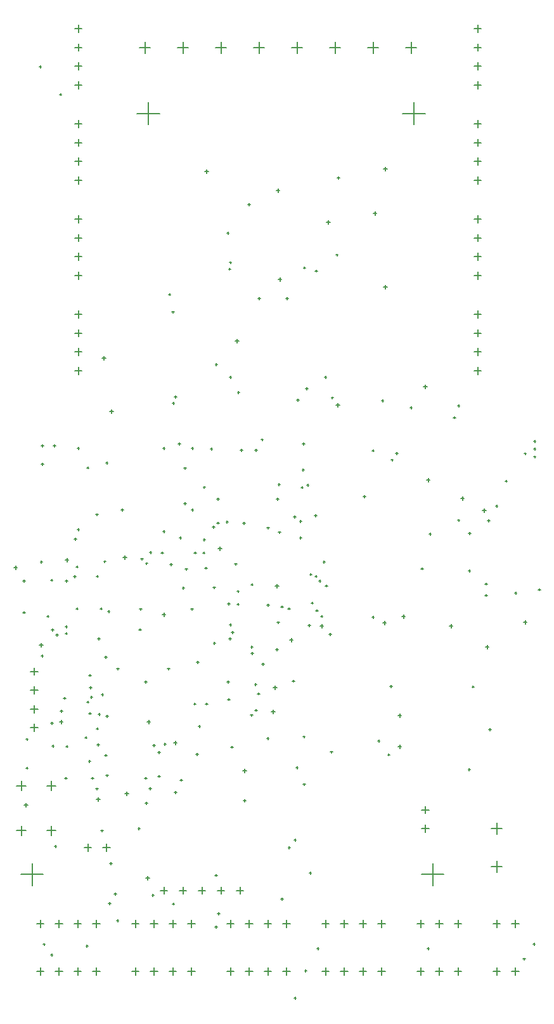
<source format=gbr>
%TF.GenerationSoftware,Altium Limited,Altium Designer,21.0.4 (50)*%
G04 Layer_Color=128*
%FSLAX25Y25*%
%MOIN*%
%TF.SameCoordinates,7C4F9ACF-F1D8-4562-922E-26F05696B097*%
%TF.FilePolarity,Positive*%
%TF.FileFunction,Drillmap*%
%TF.Part,Single*%
G01*
G75*
%TA.AperFunction,NonConductor*%
%ADD107C,0.00500*%
D107*
X220532Y104843D02*
X224468D01*
X222500Y102874D02*
Y106811D01*
X220532Y95000D02*
X224468D01*
X222500Y93032D02*
Y96969D01*
X212047Y505000D02*
X217953D01*
X215000Y502047D02*
Y507953D01*
X192047Y505000D02*
X197953D01*
X195000Y502047D02*
Y507953D01*
X112047Y505000D02*
X117953D01*
X115000Y502047D02*
Y507953D01*
X132047Y505000D02*
X137953D01*
X135000Y502047D02*
Y507953D01*
X72047Y505000D02*
X77953D01*
X75000Y502047D02*
Y507953D01*
X92047Y505000D02*
X97953D01*
X95000Y502047D02*
Y507953D01*
X152047Y505000D02*
X157953D01*
X155000Y502047D02*
Y507953D01*
X172047Y505000D02*
X177953D01*
X175000Y502047D02*
Y507953D01*
X220472Y70866D02*
X232283D01*
X226378Y64961D02*
Y76772D01*
X43032Y85000D02*
X46969D01*
X45000Y83032D02*
Y86969D01*
X52874Y85000D02*
X56811D01*
X54843Y83032D02*
Y86969D01*
X123031Y62500D02*
X126969D01*
X125000Y60532D02*
Y64468D01*
X103032Y62500D02*
X106968D01*
X105000Y60532D02*
Y64468D01*
X113031Y62500D02*
X116969D01*
X115000Y60532D02*
Y64468D01*
X93032Y62500D02*
X96969D01*
X95000Y60532D02*
Y64468D01*
X83031Y62500D02*
X86968D01*
X85000Y60532D02*
Y64468D01*
X14763Y147973D02*
X18700D01*
X16732Y146004D02*
Y149941D01*
X14764Y157815D02*
X18701D01*
X16732Y155847D02*
Y159783D01*
X218032Y20000D02*
X221969D01*
X220000Y18032D02*
Y21969D01*
X118032Y45000D02*
X121968D01*
X120000Y43031D02*
Y46968D01*
X118032Y20000D02*
X121968D01*
X120000Y18032D02*
Y21969D01*
X168032Y20000D02*
X171968D01*
X170000Y18032D02*
Y21969D01*
X97559Y45000D02*
X101496D01*
X99527Y43031D02*
Y46968D01*
X68032Y20000D02*
X71969D01*
X70000Y18032D02*
Y21969D01*
X7638Y93878D02*
X12362D01*
X10000Y91516D02*
Y96240D01*
X257047Y95000D02*
X262953D01*
X260000Y92047D02*
Y97953D01*
X14764Y177500D02*
X18701D01*
X16732Y175531D02*
Y179469D01*
X14764Y167657D02*
X18701D01*
X16732Y165689D02*
Y169626D01*
X9843Y70866D02*
X21654D01*
X15748Y64961D02*
Y76772D01*
X257047Y75000D02*
X262953D01*
X260000Y72047D02*
Y77953D01*
X210630Y470472D02*
X222441D01*
X216535Y464567D02*
Y476378D01*
X27874Y20000D02*
X31811D01*
X29842Y18031D02*
Y21968D01*
X37716Y20000D02*
X41653D01*
X39685Y18031D02*
Y21968D01*
X47559Y20000D02*
X51496D01*
X49527Y18031D02*
Y21968D01*
X18032Y20000D02*
X21969D01*
X20000Y18032D02*
Y21969D01*
X77874Y45000D02*
X81811D01*
X79842Y43031D02*
Y46968D01*
X87717Y45000D02*
X91654D01*
X89685Y43031D02*
Y46968D01*
X68032Y45000D02*
X71969D01*
X70000Y43031D02*
Y46968D01*
X227874Y20000D02*
X231811D01*
X229843Y18032D02*
Y21969D01*
X237717Y20000D02*
X241653D01*
X239685Y18032D02*
Y21969D01*
X218032Y45000D02*
X221969D01*
X220000Y43031D02*
Y46968D01*
X227874Y45000D02*
X231811D01*
X229843Y43031D02*
Y46968D01*
X237717Y45000D02*
X241653D01*
X239685Y43031D02*
Y46968D01*
X267874Y45000D02*
X271811D01*
X269843Y43031D02*
Y46968D01*
X258032Y45000D02*
X261968D01*
X260000Y43031D02*
Y46968D01*
X267874Y20000D02*
X271811D01*
X269843Y18032D02*
Y21969D01*
X258032Y20000D02*
X261968D01*
X260000Y18032D02*
Y21969D01*
X147559Y45000D02*
X151496D01*
X149527Y43031D02*
Y46968D01*
X137716Y45000D02*
X141654D01*
X139685Y43031D02*
Y46968D01*
X127874Y45000D02*
X131811D01*
X129842Y43031D02*
Y46968D01*
X147559Y20000D02*
X151496D01*
X149527Y18031D02*
Y21968D01*
X137716Y20000D02*
X141654D01*
X139685Y18031D02*
Y21968D01*
X127874Y20000D02*
X131811D01*
X129842Y18031D02*
Y21968D01*
X197559Y20000D02*
X201496D01*
X199527Y18031D02*
Y21968D01*
X187716Y20000D02*
X191654D01*
X189685Y18031D02*
Y21968D01*
X177874Y20000D02*
X181811D01*
X179842Y18031D02*
Y21968D01*
X18032Y45000D02*
X21969D01*
X20000Y43031D02*
Y46968D01*
X47559Y45000D02*
X51496D01*
X49527Y43031D02*
Y46968D01*
X37716Y45000D02*
X41653D01*
X39685Y43031D02*
Y46968D01*
X27874Y45000D02*
X31811D01*
X29842Y43031D02*
Y46968D01*
X168032Y45000D02*
X171968D01*
X170000Y43031D02*
Y46968D01*
X197559Y45000D02*
X201496D01*
X199527Y43031D02*
Y46968D01*
X187716Y45000D02*
X191654D01*
X189685Y43031D02*
Y46968D01*
X177874Y45000D02*
X181811D01*
X179842Y43031D02*
Y46968D01*
X97559Y20000D02*
X101496D01*
X99527Y18031D02*
Y21968D01*
X87717Y20000D02*
X91654D01*
X89685Y18031D02*
Y21968D01*
X77874Y20000D02*
X81811D01*
X79842Y18031D02*
Y21968D01*
X7638Y117500D02*
X12362D01*
X10000Y115138D02*
Y119862D01*
X23386Y117500D02*
X28110D01*
X25748Y115138D02*
Y119862D01*
X23386Y93878D02*
X28110D01*
X25748Y91516D02*
Y96240D01*
X70866Y470472D02*
X82677D01*
X76772Y464567D02*
Y476378D01*
X248031Y355157D02*
X251969D01*
X250000Y353189D02*
Y357126D01*
X248031Y365000D02*
X251969D01*
X250000Y363032D02*
Y366968D01*
X248031Y345315D02*
X251969D01*
X250000Y343347D02*
Y347284D01*
X248031Y335472D02*
X251969D01*
X250000Y333504D02*
Y337441D01*
X248031Y405157D02*
X251969D01*
X250000Y403189D02*
Y407126D01*
X248031Y415000D02*
X251969D01*
X250000Y413031D02*
Y416968D01*
X248031Y395315D02*
X251969D01*
X250000Y393347D02*
Y397284D01*
X248031Y385472D02*
X251969D01*
X250000Y383504D02*
Y387441D01*
X38032Y365000D02*
X41969D01*
X40000Y363032D02*
Y366968D01*
X38032Y355157D02*
X41969D01*
X40000Y353189D02*
Y357126D01*
X38032Y335472D02*
X41969D01*
X40000Y333504D02*
Y337441D01*
X38032Y345315D02*
X41969D01*
X40000Y343346D02*
Y347283D01*
X38032Y415000D02*
X41969D01*
X40000Y413031D02*
Y416968D01*
X38032Y405157D02*
X41969D01*
X40000Y403189D02*
Y407126D01*
X38032Y385472D02*
X41969D01*
X40000Y383504D02*
Y387441D01*
X38032Y395315D02*
X41969D01*
X40000Y393346D02*
Y397283D01*
X38032Y515000D02*
X41969D01*
X40000Y513031D02*
Y516968D01*
X38032Y505157D02*
X41969D01*
X40000Y503189D02*
Y507126D01*
X38032Y485472D02*
X41969D01*
X40000Y483504D02*
Y487441D01*
X38032Y495315D02*
X41969D01*
X40000Y493346D02*
Y497283D01*
X38032Y465000D02*
X41969D01*
X40000Y463031D02*
Y466968D01*
X38032Y455157D02*
X41969D01*
X40000Y453189D02*
Y457126D01*
X38032Y435472D02*
X41969D01*
X40000Y433504D02*
Y437441D01*
X38032Y445315D02*
X41969D01*
X40000Y443346D02*
Y447283D01*
X248031Y455157D02*
X251969D01*
X250000Y453189D02*
Y457126D01*
X248031Y465000D02*
X251969D01*
X250000Y463031D02*
Y466968D01*
X248031Y445315D02*
X251969D01*
X250000Y443347D02*
Y447284D01*
X248031Y435472D02*
X251969D01*
X250000Y433504D02*
Y437441D01*
X248031Y505157D02*
X251969D01*
X250000Y503189D02*
Y507126D01*
X248031Y515000D02*
X251969D01*
X250000Y513031D02*
Y516968D01*
X248031Y495315D02*
X251969D01*
X250000Y493347D02*
Y497284D01*
X248031Y485472D02*
X251969D01*
X250000Y483504D02*
Y487441D01*
X106909Y160500D02*
X108091D01*
X107500Y159909D02*
Y161091D01*
X130609Y154592D02*
X131791D01*
X131200Y154002D02*
Y155183D01*
X132972Y157182D02*
X134153D01*
X133562Y156592D02*
Y157773D01*
X113209Y50300D02*
X114391D01*
X113800Y49709D02*
Y50891D01*
X75209Y108400D02*
X76390D01*
X75800Y107809D02*
Y108991D01*
X158109Y143200D02*
X159291D01*
X158700Y142609D02*
Y143791D01*
X55910Y55700D02*
X57091D01*
X56500Y55110D02*
Y56291D01*
X89410Y55500D02*
X90591D01*
X90000Y54909D02*
Y56090D01*
X21409Y34200D02*
X22591D01*
X22000Y33609D02*
Y34791D01*
X78710Y60000D02*
X79891D01*
X79300Y59409D02*
Y60590D01*
X58909Y60700D02*
X60091D01*
X59500Y60110D02*
Y61291D01*
X96310Y231200D02*
X97491D01*
X96900Y230609D02*
Y231790D01*
X273858Y26594D02*
X275039D01*
X274449Y26004D02*
Y27185D01*
X99209Y210200D02*
X100391D01*
X99800Y209610D02*
Y210790D01*
X245009Y126063D02*
X246191D01*
X245600Y125472D02*
Y126654D01*
X100709Y160500D02*
X101891D01*
X101300Y159909D02*
Y161091D01*
X94725Y221332D02*
X95906D01*
X95315Y220741D02*
Y221923D01*
X173009Y321200D02*
X174191D01*
X173600Y320609D02*
Y321791D01*
X60110Y46600D02*
X61291D01*
X60700Y46009D02*
Y47191D01*
X50172Y194762D02*
X51353D01*
X50762Y194172D02*
Y195353D01*
X71378Y95000D02*
X72559D01*
X71969Y94410D02*
Y95591D01*
X161409Y71600D02*
X162591D01*
X162000Y71009D02*
Y72190D01*
X159009Y20400D02*
X160191D01*
X159600Y19809D02*
Y20990D01*
X158209Y118200D02*
X159391D01*
X158800Y117609D02*
Y118791D01*
X202709Y133800D02*
X203891D01*
X203300Y133209D02*
Y134391D01*
X139094Y142300D02*
X140276D01*
X139685Y141709D02*
Y142891D01*
X172509Y135200D02*
X173691D01*
X173100Y134609D02*
Y135791D01*
X37809Y247000D02*
X38991D01*
X38400Y246410D02*
Y247590D01*
X145209Y250581D02*
X146391D01*
X145800Y249991D02*
Y251172D01*
X245210Y250000D02*
X246391D01*
X245800Y249410D02*
Y250590D01*
X119016Y388800D02*
X120197D01*
X119606Y388210D02*
Y389390D01*
X176209Y436700D02*
X177391D01*
X176800Y436109D02*
Y437290D01*
X60315Y178900D02*
X61496D01*
X60906Y178309D02*
Y179491D01*
X86910Y178900D02*
X88090D01*
X87500Y178309D02*
Y179491D01*
X117709Y256100D02*
X118891D01*
X118300Y255509D02*
Y256691D01*
X112909Y255500D02*
X114091D01*
X113500Y254909D02*
Y256090D01*
X112909Y268000D02*
X114091D01*
X113500Y267409D02*
Y268590D01*
X144209Y268000D02*
X145391D01*
X144800Y267409D02*
Y268590D01*
X145009Y275600D02*
X146191D01*
X145600Y275009D02*
Y276190D01*
X157709Y283300D02*
X158891D01*
X158300Y282710D02*
Y283891D01*
X154909Y320100D02*
X156091D01*
X155500Y319510D02*
Y320690D01*
X149209Y373400D02*
X150391D01*
X149800Y372810D02*
Y373991D01*
X134609Y373400D02*
X135791D01*
X135200Y372810D02*
Y373991D01*
X189909Y269300D02*
X191091D01*
X190500Y268709D02*
Y269890D01*
X164609Y387800D02*
X165791D01*
X165200Y387210D02*
Y388390D01*
X175409Y396200D02*
X176591D01*
X176000Y395609D02*
Y396791D01*
X105709Y246600D02*
X106891D01*
X106300Y246009D02*
Y247190D01*
X105709Y274250D02*
X106891D01*
X106300Y273660D02*
Y274841D01*
X157109Y274121D02*
X158291D01*
X157700Y273530D02*
Y274711D01*
X153209Y258662D02*
X154391D01*
X153800Y258072D02*
Y259253D01*
X160079Y275269D02*
X161260D01*
X160669Y274678D02*
Y275859D01*
X123709Y324100D02*
X124891D01*
X124300Y323510D02*
Y324691D01*
X20509Y286300D02*
X21690D01*
X21100Y285710D02*
Y286891D01*
X119409Y392200D02*
X120591D01*
X120000Y391610D02*
Y392791D01*
X129252Y422700D02*
X130433D01*
X129843Y422110D02*
Y423290D01*
X159567Y326000D02*
X160748D01*
X160157Y325410D02*
Y326590D01*
X259409Y264300D02*
X260591D01*
X260000Y263709D02*
Y264891D01*
X169409Y332000D02*
X170591D01*
X170000Y331410D02*
Y332591D01*
X28309Y196600D02*
X29491D01*
X28900Y196009D02*
Y197191D01*
X118109Y407700D02*
X119291D01*
X118700Y407109D02*
Y408290D01*
X132809Y293600D02*
X133991D01*
X133400Y293009D02*
Y294191D01*
X136137Y299200D02*
X137319D01*
X136728Y298609D02*
Y299791D01*
X119409Y332000D02*
X120591D01*
X120000Y331410D02*
Y332591D01*
X139209Y252900D02*
X140391D01*
X139800Y252309D02*
Y253490D01*
X168709Y235000D02*
X169891D01*
X169300Y234409D02*
Y235591D01*
X90610Y321700D02*
X91790D01*
X91200Y321110D02*
Y322290D01*
X89210Y366220D02*
X90390D01*
X89800Y365630D02*
Y366811D01*
X130709Y190394D02*
X131890D01*
X131299Y189803D02*
Y190984D01*
X93110Y247681D02*
X94291D01*
X93700Y247091D02*
Y248272D01*
X111010Y192333D02*
X112191D01*
X111601Y191743D02*
Y192924D01*
X84409Y251000D02*
X85590D01*
X85000Y250410D02*
Y251590D01*
X89410Y318400D02*
X90591D01*
X90000Y317810D02*
Y318990D01*
X204409Y288569D02*
X205591D01*
X205000Y287979D02*
Y289160D01*
X206809Y292100D02*
X207991D01*
X207400Y291510D02*
Y292690D01*
X150309Y210474D02*
X151491D01*
X150900Y209884D02*
Y211065D01*
X220210Y231500D02*
X221391D01*
X220800Y230909D02*
Y232090D01*
X224410Y249700D02*
X225590D01*
X225000Y249110D02*
Y250290D01*
X92610Y297100D02*
X93791D01*
X93200Y296510D02*
Y297691D01*
X110609Y253400D02*
X111791D01*
X111200Y252810D02*
Y253991D01*
X112009Y338600D02*
X113191D01*
X112600Y338010D02*
Y339191D01*
X274410Y291900D02*
X275590D01*
X275000Y291309D02*
Y292491D01*
X199409Y319700D02*
X200591D01*
X200000Y319110D02*
Y320290D01*
X279410Y290200D02*
X280591D01*
X280000Y289610D02*
Y290791D01*
X49209Y259900D02*
X50391D01*
X49800Y259310D02*
Y260490D01*
X30109Y480500D02*
X31291D01*
X30700Y479910D02*
Y481090D01*
X279410Y298300D02*
X280591D01*
X280000Y297709D02*
Y298890D01*
X279410Y294300D02*
X280591D01*
X280000Y293709D02*
Y294890D01*
X19410Y495000D02*
X20591D01*
X20000Y494410D02*
Y495590D01*
X87410Y375500D02*
X88591D01*
X88000Y374909D02*
Y376091D01*
X27409Y85680D02*
X28591D01*
X28000Y85090D02*
Y86271D01*
X33072Y197500D02*
X34253D01*
X33662Y196909D02*
Y198091D01*
X33072Y201000D02*
X34253D01*
X33662Y200409D02*
Y201591D01*
X72309Y210200D02*
X73491D01*
X72900Y209610D02*
Y210790D01*
X55409Y209000D02*
X56590D01*
X56000Y208410D02*
Y209591D01*
X72909Y236574D02*
X74090D01*
X73500Y235983D02*
Y237164D01*
X81910Y135000D02*
X83091D01*
X82500Y134409D02*
Y135591D01*
X101909Y133938D02*
X103091D01*
X102500Y133347D02*
Y134528D01*
X81910Y122500D02*
X83091D01*
X82500Y121909D02*
Y123091D01*
X119272Y194762D02*
X120453D01*
X119862Y194172D02*
Y195353D01*
X161709Y228500D02*
X162891D01*
X162300Y227909D02*
Y229090D01*
X245079Y230315D02*
X246260D01*
X245669Y229724D02*
Y230906D01*
X79309Y138706D02*
X80490D01*
X79900Y138116D02*
Y139297D01*
X77210Y116000D02*
X78391D01*
X77800Y115409D02*
Y116591D01*
X25809Y199400D02*
X26991D01*
X26400Y198809D02*
Y199991D01*
X20609Y296000D02*
X21790D01*
X21200Y295409D02*
Y296590D01*
X136609Y181300D02*
X137791D01*
X137200Y180709D02*
Y181891D01*
X53809Y185100D02*
X54991D01*
X54400Y184509D02*
Y185691D01*
X33209Y225000D02*
X34391D01*
X33800Y224410D02*
Y225590D01*
X39409Y252000D02*
X40591D01*
X40000Y251410D02*
Y252590D01*
X164309Y259300D02*
X165491D01*
X164900Y258710D02*
Y259891D01*
X110866Y221563D02*
X112047D01*
X111457Y220972D02*
Y222153D01*
X123409Y219594D02*
X124591D01*
X124000Y219003D02*
Y220184D01*
X130747Y223137D02*
X131928D01*
X131338Y222547D02*
Y223728D01*
X37547Y227301D02*
X38728D01*
X38138Y226710D02*
Y227892D01*
X90509Y114100D02*
X91690D01*
X91100Y113509D02*
Y114691D01*
X49909Y139000D02*
X51091D01*
X50500Y138409D02*
Y139591D01*
X33409Y138169D02*
X34591D01*
X34000Y137579D02*
Y138760D01*
X111909Y43362D02*
X113091D01*
X112500Y42772D02*
Y43953D01*
X165409Y32038D02*
X166591D01*
X166000Y31447D02*
Y32628D01*
X49409Y147500D02*
X50591D01*
X50000Y146909D02*
Y148091D01*
X46384Y163983D02*
X47565D01*
X46975Y163393D02*
Y164574D01*
X32218Y163460D02*
X33399D01*
X32809Y162869D02*
Y164050D01*
X25609Y150300D02*
X26791D01*
X26200Y149709D02*
Y150891D01*
X255909Y147000D02*
X257090D01*
X256500Y146409D02*
Y147591D01*
X93547Y120500D02*
X94728D01*
X94138Y119909D02*
Y121091D01*
X153409Y6000D02*
X154591D01*
X154000Y5409D02*
Y6591D01*
X158347Y389500D02*
X159528D01*
X158938Y388910D02*
Y390090D01*
X119409Y202000D02*
X120591D01*
X120000Y201409D02*
Y202591D01*
X71909Y199500D02*
X73090D01*
X72500Y198909D02*
Y200091D01*
X153409Y89000D02*
X154591D01*
X154000Y88410D02*
Y89591D01*
X150334Y85075D02*
X151515D01*
X150925Y84485D02*
Y85666D01*
X255310Y256645D02*
X256490D01*
X255900Y256054D02*
Y257235D01*
X26909Y296000D02*
X28091D01*
X27500Y295409D02*
Y296590D01*
X157985Y297075D02*
X159166D01*
X158575Y296485D02*
Y297666D01*
X237205Y310800D02*
X238386D01*
X237796Y310209D02*
Y311390D01*
X241016Y268500D02*
X242984D01*
X242000Y267516D02*
Y269484D01*
X45909Y169000D02*
X47091D01*
X46500Y168409D02*
Y169591D01*
X134309Y165800D02*
X135491D01*
X134900Y165209D02*
Y166391D01*
X223016Y278000D02*
X224984D01*
X224000Y277016D02*
Y278984D01*
X145016Y383500D02*
X146984D01*
X146000Y382516D02*
Y384484D01*
X175516Y317500D02*
X177484D01*
X176500Y316516D02*
Y318484D01*
X200516Y379500D02*
X202484D01*
X201500Y378516D02*
Y380484D01*
X195016Y418000D02*
X196984D01*
X196000Y417016D02*
Y418984D01*
X200516Y441500D02*
X202484D01*
X201500Y440516D02*
Y442484D01*
X170516Y413500D02*
X172484D01*
X171500Y412516D02*
Y414484D01*
X56516Y314000D02*
X58484D01*
X57500Y313016D02*
Y314984D01*
X144016Y430000D02*
X145984D01*
X145000Y429016D02*
Y430984D01*
X106516Y440000D02*
X108484D01*
X107500Y439016D02*
Y440984D01*
X52516Y342000D02*
X54484D01*
X53500Y341016D02*
Y342984D01*
X122516Y351000D02*
X124484D01*
X123500Y350016D02*
Y351984D01*
X221516Y327000D02*
X223484D01*
X222500Y326016D02*
Y327984D01*
X33016Y236000D02*
X34984D01*
X34000Y235016D02*
Y236984D01*
X6016Y232000D02*
X7984D01*
X7000Y231016D02*
Y232984D01*
X20009Y235100D02*
X21191D01*
X20600Y234509D02*
Y235690D01*
X19516Y191500D02*
X21484D01*
X20500Y190516D02*
Y192484D01*
X20410Y185762D02*
X21590D01*
X21000Y185172D02*
Y186353D01*
X252516Y262000D02*
X254484D01*
X253500Y261016D02*
Y262984D01*
X113516Y242000D02*
X115484D01*
X114500Y241016D02*
Y242984D01*
X83560Y239849D02*
X84741D01*
X84151Y239259D02*
Y240440D01*
X143516Y222500D02*
X145484D01*
X144500Y221516D02*
Y223484D01*
X139272Y212349D02*
X140453D01*
X139862Y211759D02*
Y212940D01*
X123409Y212835D02*
X124591D01*
X124000Y212244D02*
Y213425D01*
X75337Y234212D02*
X76519D01*
X75928Y233621D02*
Y234802D01*
X63516Y237500D02*
X65484D01*
X64500Y236516D02*
Y238484D01*
X11516Y107500D02*
X13484D01*
X12500Y106516D02*
Y108484D01*
X132697Y170728D02*
X133878D01*
X133288Y170138D02*
Y171319D01*
X75516Y69000D02*
X77484D01*
X76500Y68016D02*
Y69984D01*
X45372Y130400D02*
X46553D01*
X45962Y129809D02*
Y130991D01*
X146575Y57962D02*
X147756D01*
X147165Y57372D02*
Y58553D01*
X51830Y93920D02*
X53011D01*
X52420Y93330D02*
Y94511D01*
X53836Y133487D02*
X55017D01*
X54427Y132896D02*
Y134077D01*
X74958Y172048D02*
X76139D01*
X75548Y171458D02*
Y172639D01*
X84016Y207500D02*
X85984D01*
X85000Y206516D02*
Y208484D01*
X120227Y137803D02*
X121408D01*
X120817Y137213D02*
Y138394D01*
X25409Y28638D02*
X26591D01*
X26000Y28047D02*
Y29228D01*
X269409Y218638D02*
X270590D01*
X270000Y218047D02*
Y219228D01*
X162409Y213500D02*
X163591D01*
X163000Y212910D02*
Y214090D01*
X49409Y227500D02*
X50591D01*
X50000Y226909D02*
Y228091D01*
X76016Y151000D02*
X77984D01*
X77000Y150016D02*
Y151984D01*
X30016Y150891D02*
X31984D01*
X31000Y149907D02*
Y151876D01*
X44409Y161500D02*
X45591D01*
X45000Y160909D02*
Y162091D01*
X49516Y110500D02*
X51484D01*
X50500Y109516D02*
Y111484D01*
X223410Y32000D02*
X224590D01*
X224000Y31409D02*
Y32591D01*
X154409Y127000D02*
X155591D01*
X155000Y126409D02*
Y127591D01*
X54510Y122861D02*
X55690D01*
X55100Y122270D02*
Y123451D01*
X64516Y113500D02*
X66484D01*
X65500Y112516D02*
Y114484D01*
X90016Y140154D02*
X91984D01*
X91000Y139169D02*
Y141138D01*
X235016Y201500D02*
X236984D01*
X236000Y200516D02*
Y202484D01*
X210016Y206500D02*
X211984D01*
X211000Y205516D02*
Y207484D01*
X247047Y169500D02*
X248228D01*
X247638Y168909D02*
Y170091D01*
X254016Y190500D02*
X255984D01*
X255000Y189516D02*
Y191484D01*
X208016Y154500D02*
X209984D01*
X209000Y153516D02*
Y155484D01*
X208016Y138000D02*
X209984D01*
X209000Y137016D02*
Y138984D01*
X274016Y203500D02*
X275984D01*
X275000Y202516D02*
Y204484D01*
X141516Y156500D02*
X143484D01*
X142500Y155516D02*
Y157484D01*
X142516Y169153D02*
X144484D01*
X143500Y168169D02*
Y170138D01*
X126516Y125500D02*
X128484D01*
X127500Y124516D02*
Y126484D01*
X167016Y201500D02*
X168984D01*
X168000Y200516D02*
Y202484D01*
X171909Y197000D02*
X173091D01*
X172500Y196409D02*
Y197591D01*
X151016Y194046D02*
X152984D01*
X152000Y193062D02*
Y195031D01*
X143909Y189000D02*
X145091D01*
X144500Y188409D02*
Y189591D01*
X200016Y203000D02*
X201984D01*
X201000Y202016D02*
Y203984D01*
X194409Y206000D02*
X195591D01*
X195000Y205410D02*
Y206591D01*
X214409Y316000D02*
X215591D01*
X215000Y315409D02*
Y316590D01*
X23410Y206500D02*
X24590D01*
X24000Y205909D02*
Y207090D01*
X25409Y225500D02*
X26591D01*
X26000Y224909D02*
Y226091D01*
X10909Y225000D02*
X12091D01*
X11500Y224410D02*
Y225590D01*
X10909Y208500D02*
X12091D01*
X11500Y207909D02*
Y209090D01*
X45547Y155500D02*
X46728D01*
X46138Y154909D02*
Y156091D01*
X32909Y121500D02*
X34091D01*
X33500Y120909D02*
Y122091D01*
X53386Y235200D02*
X54567D01*
X53976Y234610D02*
Y235790D01*
X100909Y239800D02*
X102091D01*
X101500Y239210D02*
Y240390D01*
X105409Y239800D02*
X106591D01*
X106000Y239210D02*
Y240390D01*
X77409Y240000D02*
X78591D01*
X78000Y239409D02*
Y240591D01*
X74910Y121500D02*
X76091D01*
X75500Y120909D02*
Y122091D01*
X118272Y172000D02*
X119453D01*
X118862Y171409D02*
Y172591D01*
X164409Y227500D02*
X165591D01*
X165000Y226909D02*
Y228091D01*
X166409Y225000D02*
X167591D01*
X167000Y224410D02*
Y225590D01*
X164909Y209500D02*
X166091D01*
X165500Y208910D02*
Y210090D01*
X169909Y222500D02*
X171091D01*
X170500Y221909D02*
Y223091D01*
X167409Y206500D02*
X168591D01*
X168000Y205909D02*
Y207090D01*
X281909Y220500D02*
X283090D01*
X282500Y219910D02*
Y221091D01*
X253909Y223500D02*
X255090D01*
X254500Y222909D02*
Y224091D01*
X253909Y217500D02*
X255090D01*
X254500Y216910D02*
Y218091D01*
X126909Y109600D02*
X128091D01*
X127500Y109009D02*
Y110191D01*
X54409Y287100D02*
X55590D01*
X55000Y286509D02*
Y287690D01*
X125309Y293600D02*
X126491D01*
X125900Y293009D02*
Y294191D01*
X109409Y294400D02*
X110591D01*
X110000Y293810D02*
Y294990D01*
X194409Y293500D02*
X195591D01*
X195000Y292910D02*
Y294091D01*
X26109Y138300D02*
X27291D01*
X26700Y137709D02*
Y138891D01*
X43409Y142800D02*
X44591D01*
X44000Y142209D02*
Y143391D01*
X118504Y213099D02*
X119685D01*
X119094Y212508D02*
Y213690D01*
X49309Y115900D02*
X50491D01*
X49900Y115309D02*
Y116491D01*
X118504Y162835D02*
X119685D01*
X119094Y162244D02*
Y163425D01*
X85009Y139300D02*
X86190D01*
X85600Y138709D02*
Y139891D01*
X103109Y148700D02*
X104291D01*
X103700Y148109D02*
Y149291D01*
X197409Y141000D02*
X198591D01*
X198000Y140409D02*
Y141591D01*
X239409Y317000D02*
X240591D01*
X240000Y316409D02*
Y317590D01*
X99410Y294700D02*
X100591D01*
X100000Y294110D02*
Y295290D01*
X39409Y294700D02*
X40591D01*
X40000Y294110D02*
Y295290D01*
X84409Y294705D02*
X85590D01*
X85000Y294114D02*
Y295295D01*
X44440Y284500D02*
X45621D01*
X45031Y283910D02*
Y285090D01*
X45509Y175500D02*
X46691D01*
X46100Y174909D02*
Y176091D01*
X88310Y233708D02*
X89490D01*
X88900Y233117D02*
Y234298D01*
X126609Y255300D02*
X127791D01*
X127200Y254710D02*
Y255890D01*
X239409Y256906D02*
X240591D01*
X240000Y256315D02*
Y257496D01*
X62510Y262400D02*
X63691D01*
X63100Y261809D02*
Y262990D01*
X102310Y182400D02*
X103491D01*
X102900Y181809D02*
Y182991D01*
X146509Y211500D02*
X147691D01*
X147100Y210910D02*
Y212090D01*
X144509Y203200D02*
X145691D01*
X145100Y202609D02*
Y203791D01*
X160909Y201600D02*
X162091D01*
X161500Y201009D02*
Y202191D01*
X156378Y247763D02*
X157559D01*
X156969Y247172D02*
Y248353D01*
X156378Y256300D02*
X157559D01*
X156969Y255710D02*
Y256891D01*
X99410Y262399D02*
X100591D01*
X100000Y261809D02*
Y262990D01*
X95509Y284200D02*
X96690D01*
X96100Y283610D02*
Y284790D01*
X95509Y265637D02*
X96690D01*
X96100Y265046D02*
Y266227D01*
X264409Y277500D02*
X265591D01*
X265000Y276909D02*
Y278091D01*
X46809Y121500D02*
X47991D01*
X47400Y120909D02*
Y122091D01*
X54610Y154100D02*
X55791D01*
X55200Y153509D02*
Y154691D01*
X52140Y165400D02*
X53321D01*
X52731Y164809D02*
Y165991D01*
X56510Y76700D02*
X57691D01*
X57100Y76109D02*
Y77290D01*
X111909Y70500D02*
X113091D01*
X112500Y69910D02*
Y71091D01*
X122209Y233900D02*
X123391D01*
X122800Y233310D02*
Y234490D01*
X106535Y231800D02*
X107717D01*
X107126Y231209D02*
Y232390D01*
X130809Y187009D02*
X131991D01*
X131400Y186418D02*
Y187600D01*
X120509Y198000D02*
X121691D01*
X121100Y197409D02*
Y198591D01*
X279110Y34400D02*
X280291D01*
X279700Y33809D02*
Y34991D01*
X44009Y33400D02*
X45191D01*
X44600Y32809D02*
Y33991D01*
X152609Y172500D02*
X153791D01*
X153200Y171909D02*
Y173091D01*
X30609Y156600D02*
X31791D01*
X31200Y156009D02*
Y157191D01*
X50440Y155042D02*
X51621D01*
X51031Y154451D02*
Y155632D01*
X12409Y126800D02*
X13590D01*
X13000Y126209D02*
Y127391D01*
X12409Y141900D02*
X13590D01*
X13000Y141309D02*
Y142491D01*
X51417Y210500D02*
X52598D01*
X52008Y209910D02*
Y211090D01*
X38769Y210500D02*
X39950D01*
X39359Y209910D02*
Y211090D01*
X38769Y232500D02*
X39950D01*
X39359Y231909D02*
Y233090D01*
X203809Y169600D02*
X204991D01*
X204400Y169009D02*
Y170191D01*
%TF.MD5,b8e1f5b3ef51a3ff5efe4e0d7cdd14e9*%
M02*

</source>
